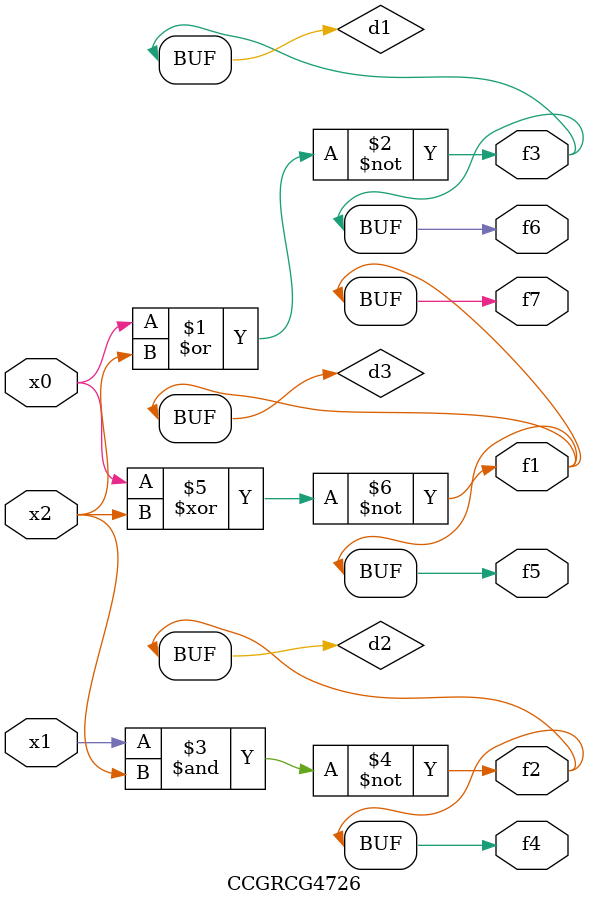
<source format=v>
module CCGRCG4726(
	input x0, x1, x2,
	output f1, f2, f3, f4, f5, f6, f7
);

	wire d1, d2, d3;

	nor (d1, x0, x2);
	nand (d2, x1, x2);
	xnor (d3, x0, x2);
	assign f1 = d3;
	assign f2 = d2;
	assign f3 = d1;
	assign f4 = d2;
	assign f5 = d3;
	assign f6 = d1;
	assign f7 = d3;
endmodule

</source>
